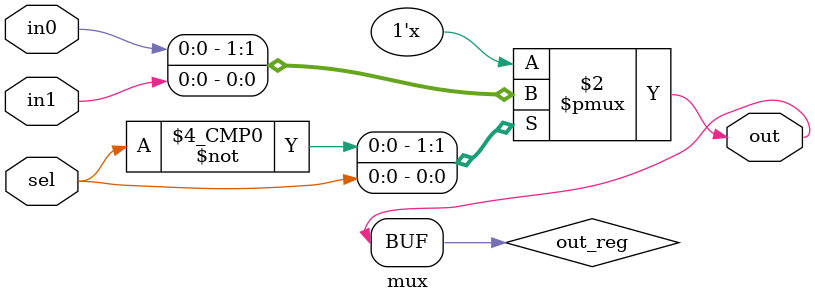
<source format=v>
module mux(
    input in0,
    input in1,
    input sel,
    output out
);
    reg out_reg;
    always@(sel)
    begin
        case (sel)
            1'b0    : out_reg = in0;
            1'b1    : out_reg = in1;
            default : out_reg = 1'bx;
        endcase
    end
    assign out = out_reg; 
endmodule
</source>
